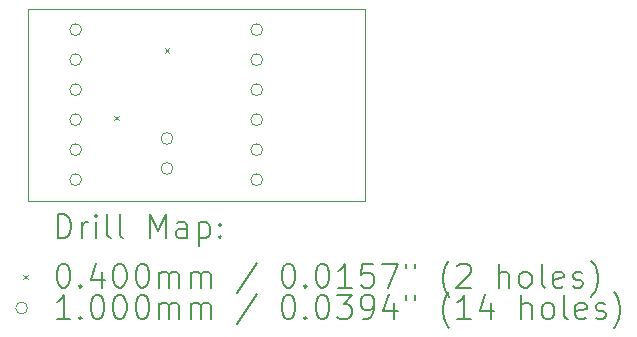
<source format=gbr>
%FSLAX45Y45*%
G04 Gerber Fmt 4.5, Leading zero omitted, Abs format (unit mm)*
G04 Created by KiCad (PCBNEW (6.0.5)) date 2024-06-21 19:10:24*
%MOMM*%
%LPD*%
G01*
G04 APERTURE LIST*
%TA.AperFunction,Profile*%
%ADD10C,0.100000*%
%TD*%
%ADD11C,0.200000*%
%ADD12C,0.040000*%
%ADD13C,0.100000*%
G04 APERTURE END LIST*
D10*
X14025000Y-9475000D02*
X16875000Y-9475000D01*
X16875000Y-9475000D02*
X16875000Y-11100000D01*
X16875000Y-11100000D02*
X14025000Y-11100000D01*
X14025000Y-11100000D02*
X14025000Y-9475000D01*
D11*
D12*
X14755000Y-10380000D02*
X14795000Y-10420000D01*
X14795000Y-10380000D02*
X14755000Y-10420000D01*
X15180000Y-9805000D02*
X15220000Y-9845000D01*
X15220000Y-9805000D02*
X15180000Y-9845000D01*
D13*
X14477000Y-9652000D02*
G75*
G03*
X14477000Y-9652000I-50000J0D01*
G01*
X14477000Y-9906000D02*
G75*
G03*
X14477000Y-9906000I-50000J0D01*
G01*
X14477000Y-10160000D02*
G75*
G03*
X14477000Y-10160000I-50000J0D01*
G01*
X14477000Y-10414000D02*
G75*
G03*
X14477000Y-10414000I-50000J0D01*
G01*
X14477000Y-10668000D02*
G75*
G03*
X14477000Y-10668000I-50000J0D01*
G01*
X14477000Y-10922000D02*
G75*
G03*
X14477000Y-10922000I-50000J0D01*
G01*
X15250000Y-10572500D02*
G75*
G03*
X15250000Y-10572500I-50000J0D01*
G01*
X15250000Y-10826500D02*
G75*
G03*
X15250000Y-10826500I-50000J0D01*
G01*
X16010000Y-9652000D02*
G75*
G03*
X16010000Y-9652000I-50000J0D01*
G01*
X16010000Y-9906000D02*
G75*
G03*
X16010000Y-9906000I-50000J0D01*
G01*
X16010000Y-10160000D02*
G75*
G03*
X16010000Y-10160000I-50000J0D01*
G01*
X16010000Y-10414000D02*
G75*
G03*
X16010000Y-10414000I-50000J0D01*
G01*
X16010000Y-10668000D02*
G75*
G03*
X16010000Y-10668000I-50000J0D01*
G01*
X16010000Y-10922000D02*
G75*
G03*
X16010000Y-10922000I-50000J0D01*
G01*
D11*
X14277619Y-11415476D02*
X14277619Y-11215476D01*
X14325238Y-11215476D01*
X14353809Y-11225000D01*
X14372857Y-11244048D01*
X14382381Y-11263095D01*
X14391905Y-11301190D01*
X14391905Y-11329762D01*
X14382381Y-11367857D01*
X14372857Y-11386905D01*
X14353809Y-11405952D01*
X14325238Y-11415476D01*
X14277619Y-11415476D01*
X14477619Y-11415476D02*
X14477619Y-11282143D01*
X14477619Y-11320238D02*
X14487143Y-11301190D01*
X14496667Y-11291667D01*
X14515714Y-11282143D01*
X14534762Y-11282143D01*
X14601428Y-11415476D02*
X14601428Y-11282143D01*
X14601428Y-11215476D02*
X14591905Y-11225000D01*
X14601428Y-11234524D01*
X14610952Y-11225000D01*
X14601428Y-11215476D01*
X14601428Y-11234524D01*
X14725238Y-11415476D02*
X14706190Y-11405952D01*
X14696667Y-11386905D01*
X14696667Y-11215476D01*
X14830000Y-11415476D02*
X14810952Y-11405952D01*
X14801428Y-11386905D01*
X14801428Y-11215476D01*
X15058571Y-11415476D02*
X15058571Y-11215476D01*
X15125238Y-11358333D01*
X15191905Y-11215476D01*
X15191905Y-11415476D01*
X15372857Y-11415476D02*
X15372857Y-11310714D01*
X15363333Y-11291667D01*
X15344286Y-11282143D01*
X15306190Y-11282143D01*
X15287143Y-11291667D01*
X15372857Y-11405952D02*
X15353809Y-11415476D01*
X15306190Y-11415476D01*
X15287143Y-11405952D01*
X15277619Y-11386905D01*
X15277619Y-11367857D01*
X15287143Y-11348809D01*
X15306190Y-11339286D01*
X15353809Y-11339286D01*
X15372857Y-11329762D01*
X15468095Y-11282143D02*
X15468095Y-11482143D01*
X15468095Y-11291667D02*
X15487143Y-11282143D01*
X15525238Y-11282143D01*
X15544286Y-11291667D01*
X15553809Y-11301190D01*
X15563333Y-11320238D01*
X15563333Y-11377381D01*
X15553809Y-11396428D01*
X15544286Y-11405952D01*
X15525238Y-11415476D01*
X15487143Y-11415476D01*
X15468095Y-11405952D01*
X15649048Y-11396428D02*
X15658571Y-11405952D01*
X15649048Y-11415476D01*
X15639524Y-11405952D01*
X15649048Y-11396428D01*
X15649048Y-11415476D01*
X15649048Y-11291667D02*
X15658571Y-11301190D01*
X15649048Y-11310714D01*
X15639524Y-11301190D01*
X15649048Y-11291667D01*
X15649048Y-11310714D01*
D12*
X13980000Y-11725000D02*
X14020000Y-11765000D01*
X14020000Y-11725000D02*
X13980000Y-11765000D01*
D11*
X14315714Y-11635476D02*
X14334762Y-11635476D01*
X14353809Y-11645000D01*
X14363333Y-11654524D01*
X14372857Y-11673571D01*
X14382381Y-11711667D01*
X14382381Y-11759286D01*
X14372857Y-11797381D01*
X14363333Y-11816428D01*
X14353809Y-11825952D01*
X14334762Y-11835476D01*
X14315714Y-11835476D01*
X14296667Y-11825952D01*
X14287143Y-11816428D01*
X14277619Y-11797381D01*
X14268095Y-11759286D01*
X14268095Y-11711667D01*
X14277619Y-11673571D01*
X14287143Y-11654524D01*
X14296667Y-11645000D01*
X14315714Y-11635476D01*
X14468095Y-11816428D02*
X14477619Y-11825952D01*
X14468095Y-11835476D01*
X14458571Y-11825952D01*
X14468095Y-11816428D01*
X14468095Y-11835476D01*
X14649048Y-11702143D02*
X14649048Y-11835476D01*
X14601428Y-11625952D02*
X14553809Y-11768809D01*
X14677619Y-11768809D01*
X14791905Y-11635476D02*
X14810952Y-11635476D01*
X14830000Y-11645000D01*
X14839524Y-11654524D01*
X14849048Y-11673571D01*
X14858571Y-11711667D01*
X14858571Y-11759286D01*
X14849048Y-11797381D01*
X14839524Y-11816428D01*
X14830000Y-11825952D01*
X14810952Y-11835476D01*
X14791905Y-11835476D01*
X14772857Y-11825952D01*
X14763333Y-11816428D01*
X14753809Y-11797381D01*
X14744286Y-11759286D01*
X14744286Y-11711667D01*
X14753809Y-11673571D01*
X14763333Y-11654524D01*
X14772857Y-11645000D01*
X14791905Y-11635476D01*
X14982381Y-11635476D02*
X15001428Y-11635476D01*
X15020476Y-11645000D01*
X15030000Y-11654524D01*
X15039524Y-11673571D01*
X15049048Y-11711667D01*
X15049048Y-11759286D01*
X15039524Y-11797381D01*
X15030000Y-11816428D01*
X15020476Y-11825952D01*
X15001428Y-11835476D01*
X14982381Y-11835476D01*
X14963333Y-11825952D01*
X14953809Y-11816428D01*
X14944286Y-11797381D01*
X14934762Y-11759286D01*
X14934762Y-11711667D01*
X14944286Y-11673571D01*
X14953809Y-11654524D01*
X14963333Y-11645000D01*
X14982381Y-11635476D01*
X15134762Y-11835476D02*
X15134762Y-11702143D01*
X15134762Y-11721190D02*
X15144286Y-11711667D01*
X15163333Y-11702143D01*
X15191905Y-11702143D01*
X15210952Y-11711667D01*
X15220476Y-11730714D01*
X15220476Y-11835476D01*
X15220476Y-11730714D02*
X15230000Y-11711667D01*
X15249048Y-11702143D01*
X15277619Y-11702143D01*
X15296667Y-11711667D01*
X15306190Y-11730714D01*
X15306190Y-11835476D01*
X15401428Y-11835476D02*
X15401428Y-11702143D01*
X15401428Y-11721190D02*
X15410952Y-11711667D01*
X15430000Y-11702143D01*
X15458571Y-11702143D01*
X15477619Y-11711667D01*
X15487143Y-11730714D01*
X15487143Y-11835476D01*
X15487143Y-11730714D02*
X15496667Y-11711667D01*
X15515714Y-11702143D01*
X15544286Y-11702143D01*
X15563333Y-11711667D01*
X15572857Y-11730714D01*
X15572857Y-11835476D01*
X15963333Y-11625952D02*
X15791905Y-11883095D01*
X16220476Y-11635476D02*
X16239524Y-11635476D01*
X16258571Y-11645000D01*
X16268095Y-11654524D01*
X16277619Y-11673571D01*
X16287143Y-11711667D01*
X16287143Y-11759286D01*
X16277619Y-11797381D01*
X16268095Y-11816428D01*
X16258571Y-11825952D01*
X16239524Y-11835476D01*
X16220476Y-11835476D01*
X16201428Y-11825952D01*
X16191905Y-11816428D01*
X16182381Y-11797381D01*
X16172857Y-11759286D01*
X16172857Y-11711667D01*
X16182381Y-11673571D01*
X16191905Y-11654524D01*
X16201428Y-11645000D01*
X16220476Y-11635476D01*
X16372857Y-11816428D02*
X16382381Y-11825952D01*
X16372857Y-11835476D01*
X16363333Y-11825952D01*
X16372857Y-11816428D01*
X16372857Y-11835476D01*
X16506190Y-11635476D02*
X16525238Y-11635476D01*
X16544286Y-11645000D01*
X16553809Y-11654524D01*
X16563333Y-11673571D01*
X16572857Y-11711667D01*
X16572857Y-11759286D01*
X16563333Y-11797381D01*
X16553809Y-11816428D01*
X16544286Y-11825952D01*
X16525238Y-11835476D01*
X16506190Y-11835476D01*
X16487143Y-11825952D01*
X16477619Y-11816428D01*
X16468095Y-11797381D01*
X16458571Y-11759286D01*
X16458571Y-11711667D01*
X16468095Y-11673571D01*
X16477619Y-11654524D01*
X16487143Y-11645000D01*
X16506190Y-11635476D01*
X16763333Y-11835476D02*
X16649048Y-11835476D01*
X16706190Y-11835476D02*
X16706190Y-11635476D01*
X16687143Y-11664048D01*
X16668095Y-11683095D01*
X16649048Y-11692619D01*
X16944286Y-11635476D02*
X16849048Y-11635476D01*
X16839524Y-11730714D01*
X16849048Y-11721190D01*
X16868095Y-11711667D01*
X16915714Y-11711667D01*
X16934762Y-11721190D01*
X16944286Y-11730714D01*
X16953810Y-11749762D01*
X16953810Y-11797381D01*
X16944286Y-11816428D01*
X16934762Y-11825952D01*
X16915714Y-11835476D01*
X16868095Y-11835476D01*
X16849048Y-11825952D01*
X16839524Y-11816428D01*
X17020476Y-11635476D02*
X17153810Y-11635476D01*
X17068095Y-11835476D01*
X17220476Y-11635476D02*
X17220476Y-11673571D01*
X17296667Y-11635476D02*
X17296667Y-11673571D01*
X17591905Y-11911667D02*
X17582381Y-11902143D01*
X17563333Y-11873571D01*
X17553810Y-11854524D01*
X17544286Y-11825952D01*
X17534762Y-11778333D01*
X17534762Y-11740238D01*
X17544286Y-11692619D01*
X17553810Y-11664048D01*
X17563333Y-11645000D01*
X17582381Y-11616428D01*
X17591905Y-11606905D01*
X17658571Y-11654524D02*
X17668095Y-11645000D01*
X17687143Y-11635476D01*
X17734762Y-11635476D01*
X17753810Y-11645000D01*
X17763333Y-11654524D01*
X17772857Y-11673571D01*
X17772857Y-11692619D01*
X17763333Y-11721190D01*
X17649048Y-11835476D01*
X17772857Y-11835476D01*
X18010952Y-11835476D02*
X18010952Y-11635476D01*
X18096667Y-11835476D02*
X18096667Y-11730714D01*
X18087143Y-11711667D01*
X18068095Y-11702143D01*
X18039524Y-11702143D01*
X18020476Y-11711667D01*
X18010952Y-11721190D01*
X18220476Y-11835476D02*
X18201429Y-11825952D01*
X18191905Y-11816428D01*
X18182381Y-11797381D01*
X18182381Y-11740238D01*
X18191905Y-11721190D01*
X18201429Y-11711667D01*
X18220476Y-11702143D01*
X18249048Y-11702143D01*
X18268095Y-11711667D01*
X18277619Y-11721190D01*
X18287143Y-11740238D01*
X18287143Y-11797381D01*
X18277619Y-11816428D01*
X18268095Y-11825952D01*
X18249048Y-11835476D01*
X18220476Y-11835476D01*
X18401429Y-11835476D02*
X18382381Y-11825952D01*
X18372857Y-11806905D01*
X18372857Y-11635476D01*
X18553810Y-11825952D02*
X18534762Y-11835476D01*
X18496667Y-11835476D01*
X18477619Y-11825952D01*
X18468095Y-11806905D01*
X18468095Y-11730714D01*
X18477619Y-11711667D01*
X18496667Y-11702143D01*
X18534762Y-11702143D01*
X18553810Y-11711667D01*
X18563333Y-11730714D01*
X18563333Y-11749762D01*
X18468095Y-11768809D01*
X18639524Y-11825952D02*
X18658571Y-11835476D01*
X18696667Y-11835476D01*
X18715714Y-11825952D01*
X18725238Y-11806905D01*
X18725238Y-11797381D01*
X18715714Y-11778333D01*
X18696667Y-11768809D01*
X18668095Y-11768809D01*
X18649048Y-11759286D01*
X18639524Y-11740238D01*
X18639524Y-11730714D01*
X18649048Y-11711667D01*
X18668095Y-11702143D01*
X18696667Y-11702143D01*
X18715714Y-11711667D01*
X18791905Y-11911667D02*
X18801429Y-11902143D01*
X18820476Y-11873571D01*
X18830000Y-11854524D01*
X18839524Y-11825952D01*
X18849048Y-11778333D01*
X18849048Y-11740238D01*
X18839524Y-11692619D01*
X18830000Y-11664048D01*
X18820476Y-11645000D01*
X18801429Y-11616428D01*
X18791905Y-11606905D01*
D13*
X14020000Y-12009000D02*
G75*
G03*
X14020000Y-12009000I-50000J0D01*
G01*
D11*
X14382381Y-12099476D02*
X14268095Y-12099476D01*
X14325238Y-12099476D02*
X14325238Y-11899476D01*
X14306190Y-11928048D01*
X14287143Y-11947095D01*
X14268095Y-11956619D01*
X14468095Y-12080428D02*
X14477619Y-12089952D01*
X14468095Y-12099476D01*
X14458571Y-12089952D01*
X14468095Y-12080428D01*
X14468095Y-12099476D01*
X14601428Y-11899476D02*
X14620476Y-11899476D01*
X14639524Y-11909000D01*
X14649048Y-11918524D01*
X14658571Y-11937571D01*
X14668095Y-11975667D01*
X14668095Y-12023286D01*
X14658571Y-12061381D01*
X14649048Y-12080428D01*
X14639524Y-12089952D01*
X14620476Y-12099476D01*
X14601428Y-12099476D01*
X14582381Y-12089952D01*
X14572857Y-12080428D01*
X14563333Y-12061381D01*
X14553809Y-12023286D01*
X14553809Y-11975667D01*
X14563333Y-11937571D01*
X14572857Y-11918524D01*
X14582381Y-11909000D01*
X14601428Y-11899476D01*
X14791905Y-11899476D02*
X14810952Y-11899476D01*
X14830000Y-11909000D01*
X14839524Y-11918524D01*
X14849048Y-11937571D01*
X14858571Y-11975667D01*
X14858571Y-12023286D01*
X14849048Y-12061381D01*
X14839524Y-12080428D01*
X14830000Y-12089952D01*
X14810952Y-12099476D01*
X14791905Y-12099476D01*
X14772857Y-12089952D01*
X14763333Y-12080428D01*
X14753809Y-12061381D01*
X14744286Y-12023286D01*
X14744286Y-11975667D01*
X14753809Y-11937571D01*
X14763333Y-11918524D01*
X14772857Y-11909000D01*
X14791905Y-11899476D01*
X14982381Y-11899476D02*
X15001428Y-11899476D01*
X15020476Y-11909000D01*
X15030000Y-11918524D01*
X15039524Y-11937571D01*
X15049048Y-11975667D01*
X15049048Y-12023286D01*
X15039524Y-12061381D01*
X15030000Y-12080428D01*
X15020476Y-12089952D01*
X15001428Y-12099476D01*
X14982381Y-12099476D01*
X14963333Y-12089952D01*
X14953809Y-12080428D01*
X14944286Y-12061381D01*
X14934762Y-12023286D01*
X14934762Y-11975667D01*
X14944286Y-11937571D01*
X14953809Y-11918524D01*
X14963333Y-11909000D01*
X14982381Y-11899476D01*
X15134762Y-12099476D02*
X15134762Y-11966143D01*
X15134762Y-11985190D02*
X15144286Y-11975667D01*
X15163333Y-11966143D01*
X15191905Y-11966143D01*
X15210952Y-11975667D01*
X15220476Y-11994714D01*
X15220476Y-12099476D01*
X15220476Y-11994714D02*
X15230000Y-11975667D01*
X15249048Y-11966143D01*
X15277619Y-11966143D01*
X15296667Y-11975667D01*
X15306190Y-11994714D01*
X15306190Y-12099476D01*
X15401428Y-12099476D02*
X15401428Y-11966143D01*
X15401428Y-11985190D02*
X15410952Y-11975667D01*
X15430000Y-11966143D01*
X15458571Y-11966143D01*
X15477619Y-11975667D01*
X15487143Y-11994714D01*
X15487143Y-12099476D01*
X15487143Y-11994714D02*
X15496667Y-11975667D01*
X15515714Y-11966143D01*
X15544286Y-11966143D01*
X15563333Y-11975667D01*
X15572857Y-11994714D01*
X15572857Y-12099476D01*
X15963333Y-11889952D02*
X15791905Y-12147095D01*
X16220476Y-11899476D02*
X16239524Y-11899476D01*
X16258571Y-11909000D01*
X16268095Y-11918524D01*
X16277619Y-11937571D01*
X16287143Y-11975667D01*
X16287143Y-12023286D01*
X16277619Y-12061381D01*
X16268095Y-12080428D01*
X16258571Y-12089952D01*
X16239524Y-12099476D01*
X16220476Y-12099476D01*
X16201428Y-12089952D01*
X16191905Y-12080428D01*
X16182381Y-12061381D01*
X16172857Y-12023286D01*
X16172857Y-11975667D01*
X16182381Y-11937571D01*
X16191905Y-11918524D01*
X16201428Y-11909000D01*
X16220476Y-11899476D01*
X16372857Y-12080428D02*
X16382381Y-12089952D01*
X16372857Y-12099476D01*
X16363333Y-12089952D01*
X16372857Y-12080428D01*
X16372857Y-12099476D01*
X16506190Y-11899476D02*
X16525238Y-11899476D01*
X16544286Y-11909000D01*
X16553809Y-11918524D01*
X16563333Y-11937571D01*
X16572857Y-11975667D01*
X16572857Y-12023286D01*
X16563333Y-12061381D01*
X16553809Y-12080428D01*
X16544286Y-12089952D01*
X16525238Y-12099476D01*
X16506190Y-12099476D01*
X16487143Y-12089952D01*
X16477619Y-12080428D01*
X16468095Y-12061381D01*
X16458571Y-12023286D01*
X16458571Y-11975667D01*
X16468095Y-11937571D01*
X16477619Y-11918524D01*
X16487143Y-11909000D01*
X16506190Y-11899476D01*
X16639524Y-11899476D02*
X16763333Y-11899476D01*
X16696667Y-11975667D01*
X16725238Y-11975667D01*
X16744286Y-11985190D01*
X16753809Y-11994714D01*
X16763333Y-12013762D01*
X16763333Y-12061381D01*
X16753809Y-12080428D01*
X16744286Y-12089952D01*
X16725238Y-12099476D01*
X16668095Y-12099476D01*
X16649048Y-12089952D01*
X16639524Y-12080428D01*
X16858571Y-12099476D02*
X16896667Y-12099476D01*
X16915714Y-12089952D01*
X16925238Y-12080428D01*
X16944286Y-12051857D01*
X16953810Y-12013762D01*
X16953810Y-11937571D01*
X16944286Y-11918524D01*
X16934762Y-11909000D01*
X16915714Y-11899476D01*
X16877619Y-11899476D01*
X16858571Y-11909000D01*
X16849048Y-11918524D01*
X16839524Y-11937571D01*
X16839524Y-11985190D01*
X16849048Y-12004238D01*
X16858571Y-12013762D01*
X16877619Y-12023286D01*
X16915714Y-12023286D01*
X16934762Y-12013762D01*
X16944286Y-12004238D01*
X16953810Y-11985190D01*
X17125238Y-11966143D02*
X17125238Y-12099476D01*
X17077619Y-11889952D02*
X17030000Y-12032809D01*
X17153810Y-12032809D01*
X17220476Y-11899476D02*
X17220476Y-11937571D01*
X17296667Y-11899476D02*
X17296667Y-11937571D01*
X17591905Y-12175667D02*
X17582381Y-12166143D01*
X17563333Y-12137571D01*
X17553810Y-12118524D01*
X17544286Y-12089952D01*
X17534762Y-12042333D01*
X17534762Y-12004238D01*
X17544286Y-11956619D01*
X17553810Y-11928048D01*
X17563333Y-11909000D01*
X17582381Y-11880428D01*
X17591905Y-11870905D01*
X17772857Y-12099476D02*
X17658571Y-12099476D01*
X17715714Y-12099476D02*
X17715714Y-11899476D01*
X17696667Y-11928048D01*
X17677619Y-11947095D01*
X17658571Y-11956619D01*
X17944286Y-11966143D02*
X17944286Y-12099476D01*
X17896667Y-11889952D02*
X17849048Y-12032809D01*
X17972857Y-12032809D01*
X18201429Y-12099476D02*
X18201429Y-11899476D01*
X18287143Y-12099476D02*
X18287143Y-11994714D01*
X18277619Y-11975667D01*
X18258571Y-11966143D01*
X18230000Y-11966143D01*
X18210952Y-11975667D01*
X18201429Y-11985190D01*
X18410952Y-12099476D02*
X18391905Y-12089952D01*
X18382381Y-12080428D01*
X18372857Y-12061381D01*
X18372857Y-12004238D01*
X18382381Y-11985190D01*
X18391905Y-11975667D01*
X18410952Y-11966143D01*
X18439524Y-11966143D01*
X18458571Y-11975667D01*
X18468095Y-11985190D01*
X18477619Y-12004238D01*
X18477619Y-12061381D01*
X18468095Y-12080428D01*
X18458571Y-12089952D01*
X18439524Y-12099476D01*
X18410952Y-12099476D01*
X18591905Y-12099476D02*
X18572857Y-12089952D01*
X18563333Y-12070905D01*
X18563333Y-11899476D01*
X18744286Y-12089952D02*
X18725238Y-12099476D01*
X18687143Y-12099476D01*
X18668095Y-12089952D01*
X18658571Y-12070905D01*
X18658571Y-11994714D01*
X18668095Y-11975667D01*
X18687143Y-11966143D01*
X18725238Y-11966143D01*
X18744286Y-11975667D01*
X18753810Y-11994714D01*
X18753810Y-12013762D01*
X18658571Y-12032809D01*
X18830000Y-12089952D02*
X18849048Y-12099476D01*
X18887143Y-12099476D01*
X18906190Y-12089952D01*
X18915714Y-12070905D01*
X18915714Y-12061381D01*
X18906190Y-12042333D01*
X18887143Y-12032809D01*
X18858571Y-12032809D01*
X18839524Y-12023286D01*
X18830000Y-12004238D01*
X18830000Y-11994714D01*
X18839524Y-11975667D01*
X18858571Y-11966143D01*
X18887143Y-11966143D01*
X18906190Y-11975667D01*
X18982381Y-12175667D02*
X18991905Y-12166143D01*
X19010952Y-12137571D01*
X19020476Y-12118524D01*
X19030000Y-12089952D01*
X19039524Y-12042333D01*
X19039524Y-12004238D01*
X19030000Y-11956619D01*
X19020476Y-11928048D01*
X19010952Y-11909000D01*
X18991905Y-11880428D01*
X18982381Y-11870905D01*
M02*

</source>
